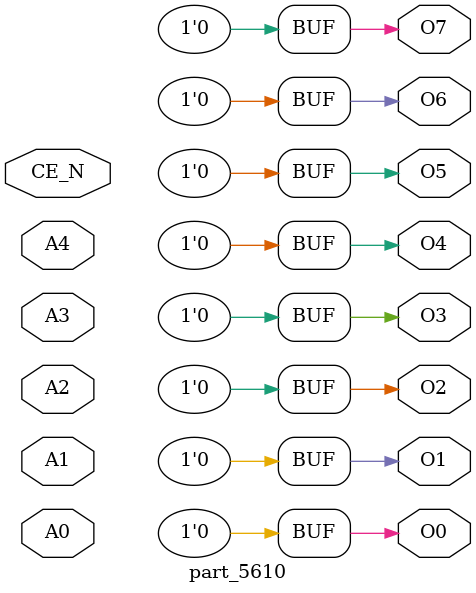
<source format=v>
/*
 * $Id$
 */

`define ROM_DELAY 10

module part_5610 ( A0, A1, A2, A3, A4, CE_N,
	O0, O1, O2, O3, O4, O5, O6, O7);

  input A0, A1, A2, A3, A4, CE_N;
  output O0, O1, O2, O3, O4, O5, O6, O7;

  reg [7:0] prom[0:32];

//  assign #(`ROM_DELAY) {O7,O6,O5,O4,O3,O2,O1,O0} =
//	CE_N ? 8'bzzzzzzzz : prom[ { A4, A3, A2, A1, A0 } ];

  assign #(`ROM_DELAY) {O7,O6,O5,O4,O3,O2,O1,O0} = 8'b00000000;

endmodule

</source>
